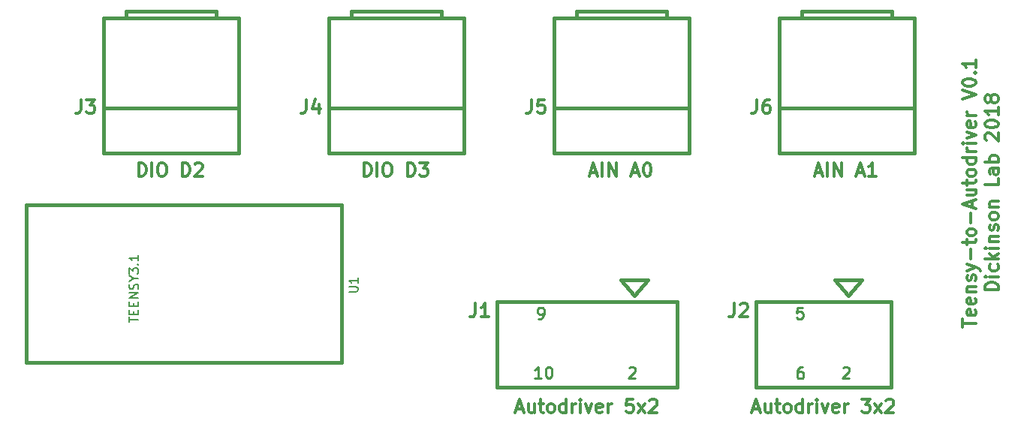
<source format=gbr>
G04 #@! TF.FileFunction,Legend,Top*
%FSLAX46Y46*%
G04 Gerber Fmt 4.6, Leading zero omitted, Abs format (unit mm)*
G04 Created by KiCad (PCBNEW 4.0.7-e2-6376~58~ubuntu16.04.1) date Wed Jan 10 15:30:26 2018*
%MOMM*%
%LPD*%
G01*
G04 APERTURE LIST*
%ADD10C,0.100000*%
%ADD11C,0.300000*%
%ADD12C,0.381000*%
%ADD13C,0.304800*%
%ADD14C,0.254000*%
%ADD15C,0.150000*%
G04 APERTURE END LIST*
D10*
D11*
X142621429Y-73275000D02*
X143335715Y-73275000D01*
X142478572Y-73703571D02*
X142978572Y-72203571D01*
X143478572Y-73703571D01*
X143978572Y-73703571D02*
X143978572Y-72203571D01*
X144692858Y-73703571D02*
X144692858Y-72203571D01*
X145550001Y-73703571D01*
X145550001Y-72203571D01*
X147335715Y-73275000D02*
X148050001Y-73275000D01*
X147192858Y-73703571D02*
X147692858Y-72203571D01*
X148192858Y-73703571D01*
X149478572Y-73703571D02*
X148621429Y-73703571D01*
X149050001Y-73703571D02*
X149050001Y-72203571D01*
X148907144Y-72417857D01*
X148764286Y-72560714D01*
X148621429Y-72632143D01*
X117221429Y-73275000D02*
X117935715Y-73275000D01*
X117078572Y-73703571D02*
X117578572Y-72203571D01*
X118078572Y-73703571D01*
X118578572Y-73703571D02*
X118578572Y-72203571D01*
X119292858Y-73703571D02*
X119292858Y-72203571D01*
X120150001Y-73703571D01*
X120150001Y-72203571D01*
X121935715Y-73275000D02*
X122650001Y-73275000D01*
X121792858Y-73703571D02*
X122292858Y-72203571D01*
X122792858Y-73703571D01*
X123578572Y-72203571D02*
X123721429Y-72203571D01*
X123864286Y-72275000D01*
X123935715Y-72346429D01*
X124007144Y-72489286D01*
X124078572Y-72775000D01*
X124078572Y-73132143D01*
X124007144Y-73417857D01*
X123935715Y-73560714D01*
X123864286Y-73632143D01*
X123721429Y-73703571D01*
X123578572Y-73703571D01*
X123435715Y-73632143D01*
X123364286Y-73560714D01*
X123292858Y-73417857D01*
X123221429Y-73132143D01*
X123221429Y-72775000D01*
X123292858Y-72489286D01*
X123364286Y-72346429D01*
X123435715Y-72275000D01*
X123578572Y-72203571D01*
X91678572Y-73703571D02*
X91678572Y-72203571D01*
X92035715Y-72203571D01*
X92250000Y-72275000D01*
X92392858Y-72417857D01*
X92464286Y-72560714D01*
X92535715Y-72846429D01*
X92535715Y-73060714D01*
X92464286Y-73346429D01*
X92392858Y-73489286D01*
X92250000Y-73632143D01*
X92035715Y-73703571D01*
X91678572Y-73703571D01*
X93178572Y-73703571D02*
X93178572Y-72203571D01*
X94178572Y-72203571D02*
X94464286Y-72203571D01*
X94607144Y-72275000D01*
X94750001Y-72417857D01*
X94821429Y-72703571D01*
X94821429Y-73203571D01*
X94750001Y-73489286D01*
X94607144Y-73632143D01*
X94464286Y-73703571D01*
X94178572Y-73703571D01*
X94035715Y-73632143D01*
X93892858Y-73489286D01*
X93821429Y-73203571D01*
X93821429Y-72703571D01*
X93892858Y-72417857D01*
X94035715Y-72275000D01*
X94178572Y-72203571D01*
X96607144Y-73703571D02*
X96607144Y-72203571D01*
X96964287Y-72203571D01*
X97178572Y-72275000D01*
X97321430Y-72417857D01*
X97392858Y-72560714D01*
X97464287Y-72846429D01*
X97464287Y-73060714D01*
X97392858Y-73346429D01*
X97321430Y-73489286D01*
X97178572Y-73632143D01*
X96964287Y-73703571D01*
X96607144Y-73703571D01*
X97964287Y-72203571D02*
X98892858Y-72203571D01*
X98392858Y-72775000D01*
X98607144Y-72775000D01*
X98750001Y-72846429D01*
X98821430Y-72917857D01*
X98892858Y-73060714D01*
X98892858Y-73417857D01*
X98821430Y-73560714D01*
X98750001Y-73632143D01*
X98607144Y-73703571D01*
X98178572Y-73703571D01*
X98035715Y-73632143D01*
X97964287Y-73560714D01*
X66278572Y-73703571D02*
X66278572Y-72203571D01*
X66635715Y-72203571D01*
X66850000Y-72275000D01*
X66992858Y-72417857D01*
X67064286Y-72560714D01*
X67135715Y-72846429D01*
X67135715Y-73060714D01*
X67064286Y-73346429D01*
X66992858Y-73489286D01*
X66850000Y-73632143D01*
X66635715Y-73703571D01*
X66278572Y-73703571D01*
X67778572Y-73703571D02*
X67778572Y-72203571D01*
X68778572Y-72203571D02*
X69064286Y-72203571D01*
X69207144Y-72275000D01*
X69350001Y-72417857D01*
X69421429Y-72703571D01*
X69421429Y-73203571D01*
X69350001Y-73489286D01*
X69207144Y-73632143D01*
X69064286Y-73703571D01*
X68778572Y-73703571D01*
X68635715Y-73632143D01*
X68492858Y-73489286D01*
X68421429Y-73203571D01*
X68421429Y-72703571D01*
X68492858Y-72417857D01*
X68635715Y-72275000D01*
X68778572Y-72203571D01*
X71207144Y-73703571D02*
X71207144Y-72203571D01*
X71564287Y-72203571D01*
X71778572Y-72275000D01*
X71921430Y-72417857D01*
X71992858Y-72560714D01*
X72064287Y-72846429D01*
X72064287Y-73060714D01*
X71992858Y-73346429D01*
X71921430Y-73489286D01*
X71778572Y-73632143D01*
X71564287Y-73703571D01*
X71207144Y-73703571D01*
X72635715Y-72346429D02*
X72707144Y-72275000D01*
X72850001Y-72203571D01*
X73207144Y-72203571D01*
X73350001Y-72275000D01*
X73421430Y-72346429D01*
X73492858Y-72489286D01*
X73492858Y-72632143D01*
X73421430Y-72846429D01*
X72564287Y-73703571D01*
X73492858Y-73703571D01*
X135581429Y-99945000D02*
X136295715Y-99945000D01*
X135438572Y-100373571D02*
X135938572Y-98873571D01*
X136438572Y-100373571D01*
X137581429Y-99373571D02*
X137581429Y-100373571D01*
X136938572Y-99373571D02*
X136938572Y-100159286D01*
X137010000Y-100302143D01*
X137152858Y-100373571D01*
X137367143Y-100373571D01*
X137510000Y-100302143D01*
X137581429Y-100230714D01*
X138081429Y-99373571D02*
X138652858Y-99373571D01*
X138295715Y-98873571D02*
X138295715Y-100159286D01*
X138367143Y-100302143D01*
X138510001Y-100373571D01*
X138652858Y-100373571D01*
X139367144Y-100373571D02*
X139224286Y-100302143D01*
X139152858Y-100230714D01*
X139081429Y-100087857D01*
X139081429Y-99659286D01*
X139152858Y-99516429D01*
X139224286Y-99445000D01*
X139367144Y-99373571D01*
X139581429Y-99373571D01*
X139724286Y-99445000D01*
X139795715Y-99516429D01*
X139867144Y-99659286D01*
X139867144Y-100087857D01*
X139795715Y-100230714D01*
X139724286Y-100302143D01*
X139581429Y-100373571D01*
X139367144Y-100373571D01*
X141152858Y-100373571D02*
X141152858Y-98873571D01*
X141152858Y-100302143D02*
X141010001Y-100373571D01*
X140724287Y-100373571D01*
X140581429Y-100302143D01*
X140510001Y-100230714D01*
X140438572Y-100087857D01*
X140438572Y-99659286D01*
X140510001Y-99516429D01*
X140581429Y-99445000D01*
X140724287Y-99373571D01*
X141010001Y-99373571D01*
X141152858Y-99445000D01*
X141867144Y-100373571D02*
X141867144Y-99373571D01*
X141867144Y-99659286D02*
X141938572Y-99516429D01*
X142010001Y-99445000D01*
X142152858Y-99373571D01*
X142295715Y-99373571D01*
X142795715Y-100373571D02*
X142795715Y-99373571D01*
X142795715Y-98873571D02*
X142724286Y-98945000D01*
X142795715Y-99016429D01*
X142867143Y-98945000D01*
X142795715Y-98873571D01*
X142795715Y-99016429D01*
X143367144Y-99373571D02*
X143724287Y-100373571D01*
X144081429Y-99373571D01*
X145224286Y-100302143D02*
X145081429Y-100373571D01*
X144795715Y-100373571D01*
X144652858Y-100302143D01*
X144581429Y-100159286D01*
X144581429Y-99587857D01*
X144652858Y-99445000D01*
X144795715Y-99373571D01*
X145081429Y-99373571D01*
X145224286Y-99445000D01*
X145295715Y-99587857D01*
X145295715Y-99730714D01*
X144581429Y-99873571D01*
X145938572Y-100373571D02*
X145938572Y-99373571D01*
X145938572Y-99659286D02*
X146010000Y-99516429D01*
X146081429Y-99445000D01*
X146224286Y-99373571D01*
X146367143Y-99373571D01*
X147867143Y-98873571D02*
X148795714Y-98873571D01*
X148295714Y-99445000D01*
X148510000Y-99445000D01*
X148652857Y-99516429D01*
X148724286Y-99587857D01*
X148795714Y-99730714D01*
X148795714Y-100087857D01*
X148724286Y-100230714D01*
X148652857Y-100302143D01*
X148510000Y-100373571D01*
X148081428Y-100373571D01*
X147938571Y-100302143D01*
X147867143Y-100230714D01*
X149295714Y-100373571D02*
X150081428Y-99373571D01*
X149295714Y-99373571D02*
X150081428Y-100373571D01*
X150581428Y-99016429D02*
X150652857Y-98945000D01*
X150795714Y-98873571D01*
X151152857Y-98873571D01*
X151295714Y-98945000D01*
X151367143Y-99016429D01*
X151438571Y-99159286D01*
X151438571Y-99302143D01*
X151367143Y-99516429D01*
X150510000Y-100373571D01*
X151438571Y-100373571D01*
X108911429Y-99945000D02*
X109625715Y-99945000D01*
X108768572Y-100373571D02*
X109268572Y-98873571D01*
X109768572Y-100373571D01*
X110911429Y-99373571D02*
X110911429Y-100373571D01*
X110268572Y-99373571D02*
X110268572Y-100159286D01*
X110340000Y-100302143D01*
X110482858Y-100373571D01*
X110697143Y-100373571D01*
X110840000Y-100302143D01*
X110911429Y-100230714D01*
X111411429Y-99373571D02*
X111982858Y-99373571D01*
X111625715Y-98873571D02*
X111625715Y-100159286D01*
X111697143Y-100302143D01*
X111840001Y-100373571D01*
X111982858Y-100373571D01*
X112697144Y-100373571D02*
X112554286Y-100302143D01*
X112482858Y-100230714D01*
X112411429Y-100087857D01*
X112411429Y-99659286D01*
X112482858Y-99516429D01*
X112554286Y-99445000D01*
X112697144Y-99373571D01*
X112911429Y-99373571D01*
X113054286Y-99445000D01*
X113125715Y-99516429D01*
X113197144Y-99659286D01*
X113197144Y-100087857D01*
X113125715Y-100230714D01*
X113054286Y-100302143D01*
X112911429Y-100373571D01*
X112697144Y-100373571D01*
X114482858Y-100373571D02*
X114482858Y-98873571D01*
X114482858Y-100302143D02*
X114340001Y-100373571D01*
X114054287Y-100373571D01*
X113911429Y-100302143D01*
X113840001Y-100230714D01*
X113768572Y-100087857D01*
X113768572Y-99659286D01*
X113840001Y-99516429D01*
X113911429Y-99445000D01*
X114054287Y-99373571D01*
X114340001Y-99373571D01*
X114482858Y-99445000D01*
X115197144Y-100373571D02*
X115197144Y-99373571D01*
X115197144Y-99659286D02*
X115268572Y-99516429D01*
X115340001Y-99445000D01*
X115482858Y-99373571D01*
X115625715Y-99373571D01*
X116125715Y-100373571D02*
X116125715Y-99373571D01*
X116125715Y-98873571D02*
X116054286Y-98945000D01*
X116125715Y-99016429D01*
X116197143Y-98945000D01*
X116125715Y-98873571D01*
X116125715Y-99016429D01*
X116697144Y-99373571D02*
X117054287Y-100373571D01*
X117411429Y-99373571D01*
X118554286Y-100302143D02*
X118411429Y-100373571D01*
X118125715Y-100373571D01*
X117982858Y-100302143D01*
X117911429Y-100159286D01*
X117911429Y-99587857D01*
X117982858Y-99445000D01*
X118125715Y-99373571D01*
X118411429Y-99373571D01*
X118554286Y-99445000D01*
X118625715Y-99587857D01*
X118625715Y-99730714D01*
X117911429Y-99873571D01*
X119268572Y-100373571D02*
X119268572Y-99373571D01*
X119268572Y-99659286D02*
X119340000Y-99516429D01*
X119411429Y-99445000D01*
X119554286Y-99373571D01*
X119697143Y-99373571D01*
X122054286Y-98873571D02*
X121340000Y-98873571D01*
X121268571Y-99587857D01*
X121340000Y-99516429D01*
X121482857Y-99445000D01*
X121840000Y-99445000D01*
X121982857Y-99516429D01*
X122054286Y-99587857D01*
X122125714Y-99730714D01*
X122125714Y-100087857D01*
X122054286Y-100230714D01*
X121982857Y-100302143D01*
X121840000Y-100373571D01*
X121482857Y-100373571D01*
X121340000Y-100302143D01*
X121268571Y-100230714D01*
X122625714Y-100373571D02*
X123411428Y-99373571D01*
X122625714Y-99373571D02*
X123411428Y-100373571D01*
X123911428Y-99016429D02*
X123982857Y-98945000D01*
X124125714Y-98873571D01*
X124482857Y-98873571D01*
X124625714Y-98945000D01*
X124697143Y-99016429D01*
X124768571Y-99159286D01*
X124768571Y-99302143D01*
X124697143Y-99516429D01*
X123840000Y-100373571D01*
X124768571Y-100373571D01*
X159193571Y-90707856D02*
X159193571Y-89850713D01*
X160693571Y-90279284D02*
X159193571Y-90279284D01*
X160622143Y-88779285D02*
X160693571Y-88922142D01*
X160693571Y-89207856D01*
X160622143Y-89350713D01*
X160479286Y-89422142D01*
X159907857Y-89422142D01*
X159765000Y-89350713D01*
X159693571Y-89207856D01*
X159693571Y-88922142D01*
X159765000Y-88779285D01*
X159907857Y-88707856D01*
X160050714Y-88707856D01*
X160193571Y-89422142D01*
X160622143Y-87493571D02*
X160693571Y-87636428D01*
X160693571Y-87922142D01*
X160622143Y-88064999D01*
X160479286Y-88136428D01*
X159907857Y-88136428D01*
X159765000Y-88064999D01*
X159693571Y-87922142D01*
X159693571Y-87636428D01*
X159765000Y-87493571D01*
X159907857Y-87422142D01*
X160050714Y-87422142D01*
X160193571Y-88136428D01*
X159693571Y-86779285D02*
X160693571Y-86779285D01*
X159836429Y-86779285D02*
X159765000Y-86707857D01*
X159693571Y-86564999D01*
X159693571Y-86350714D01*
X159765000Y-86207857D01*
X159907857Y-86136428D01*
X160693571Y-86136428D01*
X160622143Y-85493571D02*
X160693571Y-85350714D01*
X160693571Y-85064999D01*
X160622143Y-84922142D01*
X160479286Y-84850714D01*
X160407857Y-84850714D01*
X160265000Y-84922142D01*
X160193571Y-85064999D01*
X160193571Y-85279285D01*
X160122143Y-85422142D01*
X159979286Y-85493571D01*
X159907857Y-85493571D01*
X159765000Y-85422142D01*
X159693571Y-85279285D01*
X159693571Y-85064999D01*
X159765000Y-84922142D01*
X159693571Y-84350713D02*
X160693571Y-83993570D01*
X159693571Y-83636428D02*
X160693571Y-83993570D01*
X161050714Y-84136428D01*
X161122143Y-84207856D01*
X161193571Y-84350713D01*
X160122143Y-83064999D02*
X160122143Y-81922142D01*
X159693571Y-81422142D02*
X159693571Y-80850713D01*
X159193571Y-81207856D02*
X160479286Y-81207856D01*
X160622143Y-81136428D01*
X160693571Y-80993570D01*
X160693571Y-80850713D01*
X160693571Y-80136427D02*
X160622143Y-80279285D01*
X160550714Y-80350713D01*
X160407857Y-80422142D01*
X159979286Y-80422142D01*
X159836429Y-80350713D01*
X159765000Y-80279285D01*
X159693571Y-80136427D01*
X159693571Y-79922142D01*
X159765000Y-79779285D01*
X159836429Y-79707856D01*
X159979286Y-79636427D01*
X160407857Y-79636427D01*
X160550714Y-79707856D01*
X160622143Y-79779285D01*
X160693571Y-79922142D01*
X160693571Y-80136427D01*
X160122143Y-78993570D02*
X160122143Y-77850713D01*
X160265000Y-77207856D02*
X160265000Y-76493570D01*
X160693571Y-77350713D02*
X159193571Y-76850713D01*
X160693571Y-76350713D01*
X159693571Y-75207856D02*
X160693571Y-75207856D01*
X159693571Y-75850713D02*
X160479286Y-75850713D01*
X160622143Y-75779285D01*
X160693571Y-75636427D01*
X160693571Y-75422142D01*
X160622143Y-75279285D01*
X160550714Y-75207856D01*
X159693571Y-74707856D02*
X159693571Y-74136427D01*
X159193571Y-74493570D02*
X160479286Y-74493570D01*
X160622143Y-74422142D01*
X160693571Y-74279284D01*
X160693571Y-74136427D01*
X160693571Y-73422141D02*
X160622143Y-73564999D01*
X160550714Y-73636427D01*
X160407857Y-73707856D01*
X159979286Y-73707856D01*
X159836429Y-73636427D01*
X159765000Y-73564999D01*
X159693571Y-73422141D01*
X159693571Y-73207856D01*
X159765000Y-73064999D01*
X159836429Y-72993570D01*
X159979286Y-72922141D01*
X160407857Y-72922141D01*
X160550714Y-72993570D01*
X160622143Y-73064999D01*
X160693571Y-73207856D01*
X160693571Y-73422141D01*
X160693571Y-71636427D02*
X159193571Y-71636427D01*
X160622143Y-71636427D02*
X160693571Y-71779284D01*
X160693571Y-72064998D01*
X160622143Y-72207856D01*
X160550714Y-72279284D01*
X160407857Y-72350713D01*
X159979286Y-72350713D01*
X159836429Y-72279284D01*
X159765000Y-72207856D01*
X159693571Y-72064998D01*
X159693571Y-71779284D01*
X159765000Y-71636427D01*
X160693571Y-70922141D02*
X159693571Y-70922141D01*
X159979286Y-70922141D02*
X159836429Y-70850713D01*
X159765000Y-70779284D01*
X159693571Y-70636427D01*
X159693571Y-70493570D01*
X160693571Y-69993570D02*
X159693571Y-69993570D01*
X159193571Y-69993570D02*
X159265000Y-70064999D01*
X159336429Y-69993570D01*
X159265000Y-69922142D01*
X159193571Y-69993570D01*
X159336429Y-69993570D01*
X159693571Y-69422141D02*
X160693571Y-69064998D01*
X159693571Y-68707856D01*
X160622143Y-67564999D02*
X160693571Y-67707856D01*
X160693571Y-67993570D01*
X160622143Y-68136427D01*
X160479286Y-68207856D01*
X159907857Y-68207856D01*
X159765000Y-68136427D01*
X159693571Y-67993570D01*
X159693571Y-67707856D01*
X159765000Y-67564999D01*
X159907857Y-67493570D01*
X160050714Y-67493570D01*
X160193571Y-68207856D01*
X160693571Y-66850713D02*
X159693571Y-66850713D01*
X159979286Y-66850713D02*
X159836429Y-66779285D01*
X159765000Y-66707856D01*
X159693571Y-66564999D01*
X159693571Y-66422142D01*
X159193571Y-64993571D02*
X160693571Y-64493571D01*
X159193571Y-63993571D01*
X159193571Y-63207857D02*
X159193571Y-63065000D01*
X159265000Y-62922143D01*
X159336429Y-62850714D01*
X159479286Y-62779285D01*
X159765000Y-62707857D01*
X160122143Y-62707857D01*
X160407857Y-62779285D01*
X160550714Y-62850714D01*
X160622143Y-62922143D01*
X160693571Y-63065000D01*
X160693571Y-63207857D01*
X160622143Y-63350714D01*
X160550714Y-63422143D01*
X160407857Y-63493571D01*
X160122143Y-63565000D01*
X159765000Y-63565000D01*
X159479286Y-63493571D01*
X159336429Y-63422143D01*
X159265000Y-63350714D01*
X159193571Y-63207857D01*
X160550714Y-62065000D02*
X160622143Y-61993572D01*
X160693571Y-62065000D01*
X160622143Y-62136429D01*
X160550714Y-62065000D01*
X160693571Y-62065000D01*
X160693571Y-60565000D02*
X160693571Y-61422143D01*
X160693571Y-60993571D02*
X159193571Y-60993571D01*
X159407857Y-61136428D01*
X159550714Y-61279286D01*
X159622143Y-61422143D01*
X163243571Y-86529285D02*
X161743571Y-86529285D01*
X161743571Y-86172142D01*
X161815000Y-85957857D01*
X161957857Y-85814999D01*
X162100714Y-85743571D01*
X162386429Y-85672142D01*
X162600714Y-85672142D01*
X162886429Y-85743571D01*
X163029286Y-85814999D01*
X163172143Y-85957857D01*
X163243571Y-86172142D01*
X163243571Y-86529285D01*
X163243571Y-85029285D02*
X162243571Y-85029285D01*
X161743571Y-85029285D02*
X161815000Y-85100714D01*
X161886429Y-85029285D01*
X161815000Y-84957857D01*
X161743571Y-85029285D01*
X161886429Y-85029285D01*
X163172143Y-83672142D02*
X163243571Y-83814999D01*
X163243571Y-84100713D01*
X163172143Y-84243571D01*
X163100714Y-84314999D01*
X162957857Y-84386428D01*
X162529286Y-84386428D01*
X162386429Y-84314999D01*
X162315000Y-84243571D01*
X162243571Y-84100713D01*
X162243571Y-83814999D01*
X162315000Y-83672142D01*
X163243571Y-83029285D02*
X161743571Y-83029285D01*
X162672143Y-82886428D02*
X163243571Y-82457857D01*
X162243571Y-82457857D02*
X162815000Y-83029285D01*
X163243571Y-81814999D02*
X162243571Y-81814999D01*
X161743571Y-81814999D02*
X161815000Y-81886428D01*
X161886429Y-81814999D01*
X161815000Y-81743571D01*
X161743571Y-81814999D01*
X161886429Y-81814999D01*
X162243571Y-81100713D02*
X163243571Y-81100713D01*
X162386429Y-81100713D02*
X162315000Y-81029285D01*
X162243571Y-80886427D01*
X162243571Y-80672142D01*
X162315000Y-80529285D01*
X162457857Y-80457856D01*
X163243571Y-80457856D01*
X163172143Y-79814999D02*
X163243571Y-79672142D01*
X163243571Y-79386427D01*
X163172143Y-79243570D01*
X163029286Y-79172142D01*
X162957857Y-79172142D01*
X162815000Y-79243570D01*
X162743571Y-79386427D01*
X162743571Y-79600713D01*
X162672143Y-79743570D01*
X162529286Y-79814999D01*
X162457857Y-79814999D01*
X162315000Y-79743570D01*
X162243571Y-79600713D01*
X162243571Y-79386427D01*
X162315000Y-79243570D01*
X163243571Y-78314998D02*
X163172143Y-78457856D01*
X163100714Y-78529284D01*
X162957857Y-78600713D01*
X162529286Y-78600713D01*
X162386429Y-78529284D01*
X162315000Y-78457856D01*
X162243571Y-78314998D01*
X162243571Y-78100713D01*
X162315000Y-77957856D01*
X162386429Y-77886427D01*
X162529286Y-77814998D01*
X162957857Y-77814998D01*
X163100714Y-77886427D01*
X163172143Y-77957856D01*
X163243571Y-78100713D01*
X163243571Y-78314998D01*
X162243571Y-77172141D02*
X163243571Y-77172141D01*
X162386429Y-77172141D02*
X162315000Y-77100713D01*
X162243571Y-76957855D01*
X162243571Y-76743570D01*
X162315000Y-76600713D01*
X162457857Y-76529284D01*
X163243571Y-76529284D01*
X163243571Y-73957855D02*
X163243571Y-74672141D01*
X161743571Y-74672141D01*
X163243571Y-72814998D02*
X162457857Y-72814998D01*
X162315000Y-72886427D01*
X162243571Y-73029284D01*
X162243571Y-73314998D01*
X162315000Y-73457855D01*
X163172143Y-72814998D02*
X163243571Y-72957855D01*
X163243571Y-73314998D01*
X163172143Y-73457855D01*
X163029286Y-73529284D01*
X162886429Y-73529284D01*
X162743571Y-73457855D01*
X162672143Y-73314998D01*
X162672143Y-72957855D01*
X162600714Y-72814998D01*
X163243571Y-72100712D02*
X161743571Y-72100712D01*
X162315000Y-72100712D02*
X162243571Y-71957855D01*
X162243571Y-71672141D01*
X162315000Y-71529284D01*
X162386429Y-71457855D01*
X162529286Y-71386426D01*
X162957857Y-71386426D01*
X163100714Y-71457855D01*
X163172143Y-71529284D01*
X163243571Y-71672141D01*
X163243571Y-71957855D01*
X163172143Y-72100712D01*
X161886429Y-69672141D02*
X161815000Y-69600712D01*
X161743571Y-69457855D01*
X161743571Y-69100712D01*
X161815000Y-68957855D01*
X161886429Y-68886426D01*
X162029286Y-68814998D01*
X162172143Y-68814998D01*
X162386429Y-68886426D01*
X163243571Y-69743569D01*
X163243571Y-68814998D01*
X161743571Y-67886427D02*
X161743571Y-67743570D01*
X161815000Y-67600713D01*
X161886429Y-67529284D01*
X162029286Y-67457855D01*
X162315000Y-67386427D01*
X162672143Y-67386427D01*
X162957857Y-67457855D01*
X163100714Y-67529284D01*
X163172143Y-67600713D01*
X163243571Y-67743570D01*
X163243571Y-67886427D01*
X163172143Y-68029284D01*
X163100714Y-68100713D01*
X162957857Y-68172141D01*
X162672143Y-68243570D01*
X162315000Y-68243570D01*
X162029286Y-68172141D01*
X161886429Y-68100713D01*
X161815000Y-68029284D01*
X161743571Y-67886427D01*
X163243571Y-65957856D02*
X163243571Y-66814999D01*
X163243571Y-66386427D02*
X161743571Y-66386427D01*
X161957857Y-66529284D01*
X162100714Y-66672142D01*
X162172143Y-66814999D01*
X162386429Y-65100713D02*
X162315000Y-65243571D01*
X162243571Y-65314999D01*
X162100714Y-65386428D01*
X162029286Y-65386428D01*
X161886429Y-65314999D01*
X161815000Y-65243571D01*
X161743571Y-65100713D01*
X161743571Y-64814999D01*
X161815000Y-64672142D01*
X161886429Y-64600713D01*
X162029286Y-64529285D01*
X162100714Y-64529285D01*
X162243571Y-64600713D01*
X162315000Y-64672142D01*
X162386429Y-64814999D01*
X162386429Y-65100713D01*
X162457857Y-65243571D01*
X162529286Y-65314999D01*
X162672143Y-65386428D01*
X162957857Y-65386428D01*
X163100714Y-65314999D01*
X163172143Y-65243571D01*
X163243571Y-65100713D01*
X163243571Y-64814999D01*
X163172143Y-64672142D01*
X163100714Y-64600713D01*
X162957857Y-64529285D01*
X162672143Y-64529285D01*
X162529286Y-64600713D01*
X162457857Y-64672142D01*
X162386429Y-64814999D01*
D12*
X127000000Y-97536000D02*
X106680000Y-97536000D01*
X106680000Y-97536000D02*
X106680000Y-87884000D01*
X106680000Y-87884000D02*
X127000000Y-87884000D01*
X127000000Y-87884000D02*
X127000000Y-97536000D01*
X123741180Y-85410040D02*
X120738900Y-85410040D01*
X122204480Y-87221060D02*
X123728480Y-85443060D01*
X120680480Y-85445600D02*
X122204480Y-87223600D01*
X151130000Y-87884000D02*
X135890000Y-87884000D01*
X151130000Y-97536000D02*
X135890000Y-97536000D01*
X135890000Y-97536000D02*
X135890000Y-87884000D01*
X151130000Y-87884000D02*
X151130000Y-97536000D01*
X147871180Y-85410040D02*
X144868900Y-85410040D01*
X146334480Y-87221060D02*
X147858480Y-85443060D01*
X144810480Y-85445600D02*
X146334480Y-87223600D01*
X77597000Y-55880000D02*
X77597000Y-71120000D01*
X62357000Y-55880000D02*
X62357000Y-71120000D01*
X64897000Y-55880000D02*
X64897000Y-55118000D01*
X64897000Y-55118000D02*
X75057000Y-55118000D01*
X75057000Y-55118000D02*
X75057000Y-55880000D01*
X62357000Y-66040000D02*
X77597000Y-66040000D01*
X62357000Y-55880000D02*
X77597000Y-55880000D01*
X62357000Y-71120000D02*
X77597000Y-71120000D01*
X102997000Y-55880000D02*
X102997000Y-71120000D01*
X87757000Y-55880000D02*
X87757000Y-71120000D01*
X90297000Y-55880000D02*
X90297000Y-55118000D01*
X90297000Y-55118000D02*
X100457000Y-55118000D01*
X100457000Y-55118000D02*
X100457000Y-55880000D01*
X87757000Y-66040000D02*
X102997000Y-66040000D01*
X87757000Y-55880000D02*
X102997000Y-55880000D01*
X87757000Y-71120000D02*
X102997000Y-71120000D01*
X128397000Y-55880000D02*
X128397000Y-71120000D01*
X113157000Y-55880000D02*
X113157000Y-71120000D01*
X115697000Y-55880000D02*
X115697000Y-55118000D01*
X115697000Y-55118000D02*
X125857000Y-55118000D01*
X125857000Y-55118000D02*
X125857000Y-55880000D01*
X113157000Y-66040000D02*
X128397000Y-66040000D01*
X113157000Y-55880000D02*
X128397000Y-55880000D01*
X113157000Y-71120000D02*
X128397000Y-71120000D01*
X153797000Y-55880000D02*
X153797000Y-71120000D01*
X138557000Y-55880000D02*
X138557000Y-71120000D01*
X141097000Y-55880000D02*
X141097000Y-55118000D01*
X141097000Y-55118000D02*
X151257000Y-55118000D01*
X151257000Y-55118000D02*
X151257000Y-55880000D01*
X138557000Y-66040000D02*
X153797000Y-66040000D01*
X138557000Y-55880000D02*
X153797000Y-55880000D01*
X138557000Y-71120000D02*
X153797000Y-71120000D01*
X53594000Y-94742000D02*
X89154000Y-94742000D01*
X89154000Y-94742000D02*
X89154000Y-76962000D01*
X89154000Y-76962000D02*
X53594000Y-76962000D01*
X53594000Y-76962000D02*
X53594000Y-94742000D01*
D13*
X104267000Y-88065429D02*
X104267000Y-89154000D01*
X104194428Y-89371714D01*
X104049285Y-89516857D01*
X103831571Y-89589429D01*
X103686428Y-89589429D01*
X105791000Y-89589429D02*
X104920143Y-89589429D01*
X105355571Y-89589429D02*
X105355571Y-88065429D01*
X105210428Y-88283143D01*
X105065286Y-88428286D01*
X104920143Y-88500857D01*
D14*
X111698435Y-96484924D02*
X110972721Y-96484924D01*
X111335578Y-96484924D02*
X111335578Y-95214924D01*
X111214626Y-95396352D01*
X111093673Y-95517305D01*
X110972721Y-95577781D01*
X112484626Y-95214924D02*
X112605578Y-95214924D01*
X112726530Y-95275400D01*
X112787007Y-95335876D01*
X112847483Y-95456829D01*
X112907959Y-95698733D01*
X112907959Y-96001114D01*
X112847483Y-96243019D01*
X112787007Y-96363971D01*
X112726530Y-96424448D01*
X112605578Y-96484924D01*
X112484626Y-96484924D01*
X112363673Y-96424448D01*
X112303197Y-96363971D01*
X112242721Y-96243019D01*
X112182245Y-96001114D01*
X112182245Y-95698733D01*
X112242721Y-95456829D01*
X112303197Y-95335876D01*
X112363673Y-95275400D01*
X112484626Y-95214924D01*
X111398715Y-89784404D02*
X111640620Y-89784404D01*
X111761572Y-89723928D01*
X111822048Y-89663451D01*
X111943001Y-89482023D01*
X112003477Y-89240118D01*
X112003477Y-88756309D01*
X111943001Y-88635356D01*
X111882525Y-88574880D01*
X111761572Y-88514404D01*
X111519668Y-88514404D01*
X111398715Y-88574880D01*
X111338239Y-88635356D01*
X111277763Y-88756309D01*
X111277763Y-89058690D01*
X111338239Y-89179642D01*
X111398715Y-89240118D01*
X111519668Y-89300594D01*
X111761572Y-89300594D01*
X111882525Y-89240118D01*
X111943001Y-89179642D01*
X112003477Y-89058690D01*
X121577463Y-95335876D02*
X121637939Y-95275400D01*
X121758891Y-95214924D01*
X122061272Y-95214924D01*
X122182225Y-95275400D01*
X122242701Y-95335876D01*
X122303177Y-95456829D01*
X122303177Y-95577781D01*
X122242701Y-95759210D01*
X121516987Y-96484924D01*
X122303177Y-96484924D01*
D13*
X133477000Y-88065429D02*
X133477000Y-89154000D01*
X133404428Y-89371714D01*
X133259285Y-89516857D01*
X133041571Y-89589429D01*
X132896428Y-89589429D01*
X134130143Y-88210571D02*
X134202714Y-88138000D01*
X134347857Y-88065429D01*
X134710714Y-88065429D01*
X134855857Y-88138000D01*
X134928428Y-88210571D01*
X135001000Y-88355714D01*
X135001000Y-88500857D01*
X134928428Y-88718571D01*
X134057571Y-89589429D01*
X135001000Y-89589429D01*
D14*
X141148405Y-95253024D02*
X140906500Y-95253024D01*
X140785548Y-95313500D01*
X140725071Y-95373976D01*
X140604119Y-95555405D01*
X140543643Y-95797310D01*
X140543643Y-96281119D01*
X140604119Y-96402071D01*
X140664595Y-96462548D01*
X140785548Y-96523024D01*
X141027452Y-96523024D01*
X141148405Y-96462548D01*
X141208881Y-96402071D01*
X141269357Y-96281119D01*
X141269357Y-95978738D01*
X141208881Y-95857786D01*
X141148405Y-95797310D01*
X141027452Y-95736833D01*
X140785548Y-95736833D01*
X140664595Y-95797310D01*
X140604119Y-95857786D01*
X140543643Y-95978738D01*
X141145381Y-88522024D02*
X140540619Y-88522024D01*
X140480143Y-89126786D01*
X140540619Y-89066310D01*
X140661571Y-89005833D01*
X140963952Y-89005833D01*
X141084905Y-89066310D01*
X141145381Y-89126786D01*
X141205857Y-89247738D01*
X141205857Y-89550119D01*
X141145381Y-89671071D01*
X141084905Y-89731548D01*
X140963952Y-89792024D01*
X140661571Y-89792024D01*
X140540619Y-89731548D01*
X140480143Y-89671071D01*
X145707463Y-95335876D02*
X145767939Y-95275400D01*
X145888891Y-95214924D01*
X146191272Y-95214924D01*
X146312225Y-95275400D01*
X146372701Y-95335876D01*
X146433177Y-95456829D01*
X146433177Y-95577781D01*
X146372701Y-95759210D01*
X145646987Y-96484924D01*
X146433177Y-96484924D01*
D13*
X59817000Y-65078429D02*
X59817000Y-66167000D01*
X59744428Y-66384714D01*
X59599285Y-66529857D01*
X59381571Y-66602429D01*
X59236428Y-66602429D01*
X60397571Y-65078429D02*
X61341000Y-65078429D01*
X60833000Y-65659000D01*
X61050714Y-65659000D01*
X61195857Y-65731571D01*
X61268428Y-65804143D01*
X61341000Y-65949286D01*
X61341000Y-66312143D01*
X61268428Y-66457286D01*
X61195857Y-66529857D01*
X61050714Y-66602429D01*
X60615286Y-66602429D01*
X60470143Y-66529857D01*
X60397571Y-66457286D01*
X85217000Y-65078429D02*
X85217000Y-66167000D01*
X85144428Y-66384714D01*
X84999285Y-66529857D01*
X84781571Y-66602429D01*
X84636428Y-66602429D01*
X86595857Y-65586429D02*
X86595857Y-66602429D01*
X86233000Y-65005857D02*
X85870143Y-66094429D01*
X86813571Y-66094429D01*
X110617000Y-65078429D02*
X110617000Y-66167000D01*
X110544428Y-66384714D01*
X110399285Y-66529857D01*
X110181571Y-66602429D01*
X110036428Y-66602429D01*
X112068428Y-65078429D02*
X111342714Y-65078429D01*
X111270143Y-65804143D01*
X111342714Y-65731571D01*
X111487857Y-65659000D01*
X111850714Y-65659000D01*
X111995857Y-65731571D01*
X112068428Y-65804143D01*
X112141000Y-65949286D01*
X112141000Y-66312143D01*
X112068428Y-66457286D01*
X111995857Y-66529857D01*
X111850714Y-66602429D01*
X111487857Y-66602429D01*
X111342714Y-66529857D01*
X111270143Y-66457286D01*
X136017000Y-65078429D02*
X136017000Y-66167000D01*
X135944428Y-66384714D01*
X135799285Y-66529857D01*
X135581571Y-66602429D01*
X135436428Y-66602429D01*
X137395857Y-65078429D02*
X137105571Y-65078429D01*
X136960428Y-65151000D01*
X136887857Y-65223571D01*
X136742714Y-65441286D01*
X136670143Y-65731571D01*
X136670143Y-66312143D01*
X136742714Y-66457286D01*
X136815286Y-66529857D01*
X136960428Y-66602429D01*
X137250714Y-66602429D01*
X137395857Y-66529857D01*
X137468428Y-66457286D01*
X137541000Y-66312143D01*
X137541000Y-65949286D01*
X137468428Y-65804143D01*
X137395857Y-65731571D01*
X137250714Y-65659000D01*
X136960428Y-65659000D01*
X136815286Y-65731571D01*
X136742714Y-65804143D01*
X136670143Y-65949286D01*
D15*
X90003381Y-86740905D02*
X90812905Y-86740905D01*
X90908143Y-86693286D01*
X90955762Y-86645667D01*
X91003381Y-86550429D01*
X91003381Y-86359952D01*
X90955762Y-86264714D01*
X90908143Y-86217095D01*
X90812905Y-86169476D01*
X90003381Y-86169476D01*
X91003381Y-85169476D02*
X91003381Y-85740905D01*
X91003381Y-85455191D02*
X90003381Y-85455191D01*
X90146238Y-85550429D01*
X90241476Y-85645667D01*
X90289095Y-85740905D01*
X65238381Y-90169524D02*
X65238381Y-89598095D01*
X66238381Y-89883810D02*
X65238381Y-89883810D01*
X65714571Y-89264762D02*
X65714571Y-88931428D01*
X66238381Y-88788571D02*
X66238381Y-89264762D01*
X65238381Y-89264762D01*
X65238381Y-88788571D01*
X65714571Y-88360000D02*
X65714571Y-88026666D01*
X66238381Y-87883809D02*
X66238381Y-88360000D01*
X65238381Y-88360000D01*
X65238381Y-87883809D01*
X66238381Y-87455238D02*
X65238381Y-87455238D01*
X66238381Y-86883809D01*
X65238381Y-86883809D01*
X66190762Y-86455238D02*
X66238381Y-86312381D01*
X66238381Y-86074285D01*
X66190762Y-85979047D01*
X66143143Y-85931428D01*
X66047905Y-85883809D01*
X65952667Y-85883809D01*
X65857429Y-85931428D01*
X65809810Y-85979047D01*
X65762190Y-86074285D01*
X65714571Y-86264762D01*
X65666952Y-86360000D01*
X65619333Y-86407619D01*
X65524095Y-86455238D01*
X65428857Y-86455238D01*
X65333619Y-86407619D01*
X65286000Y-86360000D01*
X65238381Y-86264762D01*
X65238381Y-86026666D01*
X65286000Y-85883809D01*
X65762190Y-85264762D02*
X66238381Y-85264762D01*
X65238381Y-85598095D02*
X65762190Y-85264762D01*
X65238381Y-84931428D01*
X65238381Y-84693333D02*
X65238381Y-84074285D01*
X65619333Y-84407619D01*
X65619333Y-84264761D01*
X65666952Y-84169523D01*
X65714571Y-84121904D01*
X65809810Y-84074285D01*
X66047905Y-84074285D01*
X66143143Y-84121904D01*
X66190762Y-84169523D01*
X66238381Y-84264761D01*
X66238381Y-84550476D01*
X66190762Y-84645714D01*
X66143143Y-84693333D01*
X66143143Y-83645714D02*
X66190762Y-83598095D01*
X66238381Y-83645714D01*
X66190762Y-83693333D01*
X66143143Y-83645714D01*
X66238381Y-83645714D01*
X66238381Y-82645714D02*
X66238381Y-83217143D01*
X66238381Y-82931429D02*
X65238381Y-82931429D01*
X65381238Y-83026667D01*
X65476476Y-83121905D01*
X65524095Y-83217143D01*
M02*

</source>
